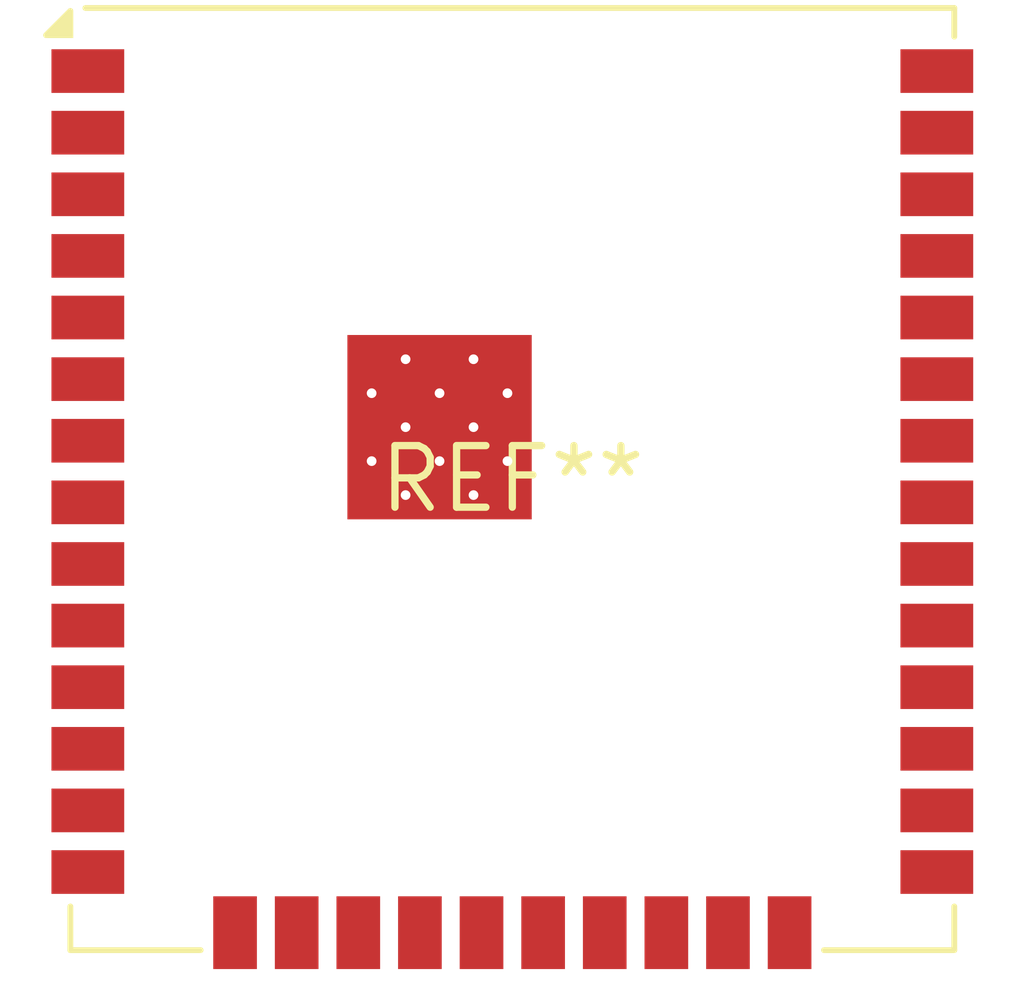
<source format=kicad_pcb>
(kicad_pcb (version 20240108) (generator pcbnew)
  (layers (0 "F.Cu" signal) (31 "B.Cu" signal) (34 "B.Paste" user) (35 "F.Paste" user) (36 "B.SilkS" user "B.Silkscreen") (37 "F.SilkS" user "F.Silkscreen") (38 "B.Mask" user) (39 "F.Mask" user) (44 "Edge.Cuts" user))
  (net 0 "")
  (footprint "ESP32-WROOM-32UE" (layer "F.Cu") (at 0 0)
    (property "Reference" "REF**")
    (property "Value" "ESP32-WROOM-32UE")
    (fp_line (start -9.11 8.81) (end -9.11 9.71) (layer "F.SilkS") (stroke (width 0.12)))
    (fp_line (start -9.11 9.71) (end -6.425 9.71) (layer "F.SilkS") (stroke (width 0.12)))
    (fp_line (start -8.8 -9.71) (end 9.11 -9.71) (layer "F.SilkS") (stroke (width 0.12)))
    (fp_line (start 6.425 9.71) (end 9.11 9.71) (layer "F.SilkS") (stroke (width 0.12)))
    (fp_line (start 9.11 -9.71) (end 9.11 -9.12) (layer "F.SilkS") (stroke (width 0.12)))
    (fp_line (start 9.11 8.81) (end 9.11 9.71) (layer "F.SilkS") (stroke (width 0.12)))
    (fp_poly (pts (xy -9.11 -9.15) (xy -9.61 -9.15) (xy -9.11 -9.65) (xy -9.11 -9.15)) (layer "F.SilkS") (stroke (width 0.12)) (fill solid))
    (pad "1" smd rect (at -8.75 -8.41) (size 1.5 0.9) (layers "F.Cu" "F.Paste" "F.Mask"))
    (pad "2" smd rect (at -8.75 -7.14) (size 1.5 0.9) (layers "F.Cu" "F.Paste" "F.Mask"))
    (pad "3" smd rect (at -8.75 -5.87) (size 1.5 0.9) (layers "F.Cu" "F.Paste" "F.Mask"))
    (pad "4" smd rect (at -8.75 -4.6) (size 1.5 0.9) (layers "F.Cu" "F.Paste" "F.Mask"))
    (pad "5" smd rect (at -8.75 -3.33) (size 1.5 0.9) (layers "F.Cu" "F.Paste" "F.Mask"))
    (pad "6" smd rect (at -8.75 -2.06) (size 1.5 0.9) (layers "F.Cu" "F.Paste" "F.Mask"))
    (pad "7" smd rect (at -8.75 -0.79) (size 1.5 0.9) (layers "F.Cu" "F.Paste" "F.Mask"))
    (pad "8" smd rect (at -8.75 0.48) (size 1.5 0.9) (layers "F.Cu" "F.Paste" "F.Mask"))
    (pad "9" smd rect (at -8.75 1.75) (size 1.5 0.9) (layers "F.Cu" "F.Paste" "F.Mask"))
    (pad "10" smd rect (at -8.75 3.02) (size 1.5 0.9) (layers "F.Cu" "F.Paste" "F.Mask"))
    (pad "11" smd rect (at -8.75 4.29) (size 1.5 0.9) (layers "F.Cu" "F.Paste" "F.Mask"))
    (pad "12" smd rect (at -8.75 5.56) (size 1.5 0.9) (layers "F.Cu" "F.Paste" "F.Mask"))
    (pad "13" smd rect (at -8.75 6.83) (size 1.5 0.9) (layers "F.Cu" "F.Paste" "F.Mask"))
    (pad "14" smd rect (at -8.75 8.1) (size 1.5 0.9) (layers "F.Cu" "F.Paste" "F.Mask"))
    (pad "15" smd rect (at -5.715 9.35 90) (size 1.5 0.9) (layers "F.Cu" "F.Paste" "F.Mask"))
    (pad "16" smd rect (at -4.445 9.35 90) (size 1.5 0.9) (layers "F.Cu" "F.Paste" "F.Mask"))
    (pad "17" smd rect (at -3.175 9.35 90) (size 1.5 0.9) (layers "F.Cu" "F.Paste" "F.Mask"))
    (pad "18" smd rect (at -1.905 9.35 90) (size 1.5 0.9) (layers "F.Cu" "F.Paste" "F.Mask"))
    (pad "19" smd rect (at -0.635 9.35 90) (size 1.5 0.9) (layers "F.Cu" "F.Paste" "F.Mask"))
    (pad "20" smd rect (at 0.635 9.35 90) (size 1.5 0.9) (layers "F.Cu" "F.Paste" "F.Mask"))
    (pad "21" smd rect (at 1.905 9.35 90) (size 1.5 0.9) (layers "F.Cu" "F.Paste" "F.Mask"))
    (pad "22" smd rect (at 3.175 9.35 90) (size 1.5 0.9) (layers "F.Cu" "F.Paste" "F.Mask"))
    (pad "23" smd rect (at 4.445 9.35 90) (size 1.5 0.9) (layers "F.Cu" "F.Paste" "F.Mask"))
    (pad "24" smd rect (at 5.715 9.35 90) (size 1.5 0.9) (layers "F.Cu" "F.Paste" "F.Mask"))
    (pad "25" smd rect (at 8.75 8.1) (size 1.5 0.9) (layers "F.Cu" "F.Paste" "F.Mask"))
    (pad "26" smd rect (at 8.75 6.83) (size 1.5 0.9) (layers "F.Cu" "F.Paste" "F.Mask"))
    (pad "27" smd rect (at 8.75 5.56) (size 1.5 0.9) (layers "F.Cu" "F.Paste" "F.Mask"))
    (pad "28" smd rect (at 8.75 4.29) (size 1.5 0.9) (layers "F.Cu" "F.Paste" "F.Mask"))
    (pad "29" smd rect (at 8.75 3.02) (size 1.5 0.9) (layers "F.Cu" "F.Paste" "F.Mask"))
    (pad "30" smd rect (at 8.75 1.75) (size 1.5 0.9) (layers "F.Cu" "F.Paste" "F.Mask"))
    (pad "31" smd rect (at 8.75 0.48) (size 1.5 0.9) (layers "F.Cu" "F.Paste" "F.Mask"))
    (pad "32" smd rect (at 8.75 -0.79) (size 1.5 0.9) (layers "F.Cu" "F.Paste" "F.Mask"))
    (pad "33" smd rect (at 8.75 -2.06) (size 1.5 0.9) (layers "F.Cu" "F.Paste" "F.Mask"))
    (pad "34" smd rect (at 8.75 -3.33) (size 1.5 0.9) (layers "F.Cu" "F.Paste" "F.Mask"))
    (pad "35" smd rect (at 8.75 -4.6) (size 1.5 0.9) (layers "F.Cu" "F.Paste" "F.Mask"))
    (pad "36" smd rect (at 8.75 -5.87) (size 1.5 0.9) (layers "F.Cu" "F.Paste" "F.Mask"))
    (pad "37" smd rect (at 8.75 -7.14) (size 1.5 0.9) (layers "F.Cu" "F.Paste" "F.Mask"))
    (pad "38" smd rect (at 8.75 -8.41) (size 1.5 0.9) (layers "F.Cu" "F.Paste" "F.Mask"))
    (pad "39" smd rect (at -2.9 -2.47) (size 0.9 0.9) (layers "F.Cu" "F.Paste"))
    (pad "39" thru_hole circle (at -2.9 -1.77) (size 0.6 0.6) (drill 0.2) (property pad_prop_heatsink) (layers *.Cu "F.Mask") (remove_unused_layers))
    (pad "39" smd rect (at -2.9 -1.07) (size 0.9 0.9) (layers "F.Cu" "F.Paste"))
    (pad "39" thru_hole circle (at -2.9 -0.37) (size 0.6 0.6) (drill 0.2) (property pad_prop_heatsink) (layers *.Cu "F.Mask") (remove_unused_layers))
    (pad "39" smd rect (at -2.9 0.33) (size 0.9 0.9) (layers "F.Cu" "F.Paste"))
    (pad "39" thru_hole circle (at -2.2 -2.47) (size 0.6 0.6) (drill 0.2) (property pad_prop_heatsink) (layers *.Cu "F.Mask") (remove_unused_layers))
    (pad "39" thru_hole circle (at -2.2 -1.07) (size 0.6 0.6) (drill 0.2) (property pad_prop_heatsink) (layers *.Cu "F.Mask") (remove_unused_layers))
    (pad "39" thru_hole circle (at -2.2 0.33) (size 0.6 0.6) (drill 0.2) (property pad_prop_heatsink) (layers *.Cu "F.Mask") (remove_unused_layers))
    (pad "39" smd rect (at -1.5 -2.47) (size 0.9 0.9) (layers "F.Cu" "F.Paste"))
    (pad "39" thru_hole circle (at -1.5 -1.77) (size 0.6 0.6) (drill 0.2) (property pad_prop_heatsink) (layers *.Cu "F.Mask") (remove_unused_layers))
    (pad "39" smd rect (at -1.5 -1.07) (size 0.9 0.9) (layers "F.Cu" "F.Paste"))
    (pad "39" smd rect (at -1.5 -1.07) (size 3.8 3.8) (layers "F.Cu" "F.Mask"))
    (pad "39" thru_hole circle (at -1.5 -0.37) (size 0.6 0.6) (drill 0.2) (property pad_prop_heatsink) (layers *.Cu "F.Mask") (remove_unused_layers))
    (pad "39" smd rect (at -1.5 0.33) (size 0.9 0.9) (layers "F.Cu" "F.Paste"))
    (pad "39" thru_hole circle (at -0.8 -2.47) (size 0.6 0.6) (drill 0.2) (property pad_prop_heatsink) (layers *.Cu "F.Mask") (remove_unused_layers))
    (pad "39" thru_hole circle (at -0.8 -1.07) (size 0.6 0.6) (drill 0.2) (property pad_prop_heatsink) (layers *.Cu "F.Mask") (remove_unused_layers))
    (pad "39" thru_hole circle (at -0.8 0.33) (size 0.6 0.6) (drill 0.2) (property pad_prop_heatsink) (layers *.Cu "F.Mask") (remove_unused_layers))
    (pad "39" smd rect (at -0.1 -2.47) (size 0.9 0.9) (layers "F.Cu" "F.Paste"))
    (pad "39" thru_hole circle (at -0.1 -1.77) (size 0.6 0.6) (drill 0.2) (property pad_prop_heatsink) (layers *.Cu "F.Mask") (remove_unused_layers))
    (pad "39" smd rect (at -0.1 -1.07) (size 0.9 0.9) (layers "F.Cu" "F.Paste"))
    (pad "39" thru_hole circle (at -0.1 -0.37) (size 0.6 0.6) (drill 0.2) (property pad_prop_heatsink) (layers *.Cu "F.Mask") (remove_unused_layers))
    (pad "39" smd rect (at -0.1 0.33) (size 0.9 0.9) (layers "F.Cu" "F.Paste"))
  )
)
</source>
